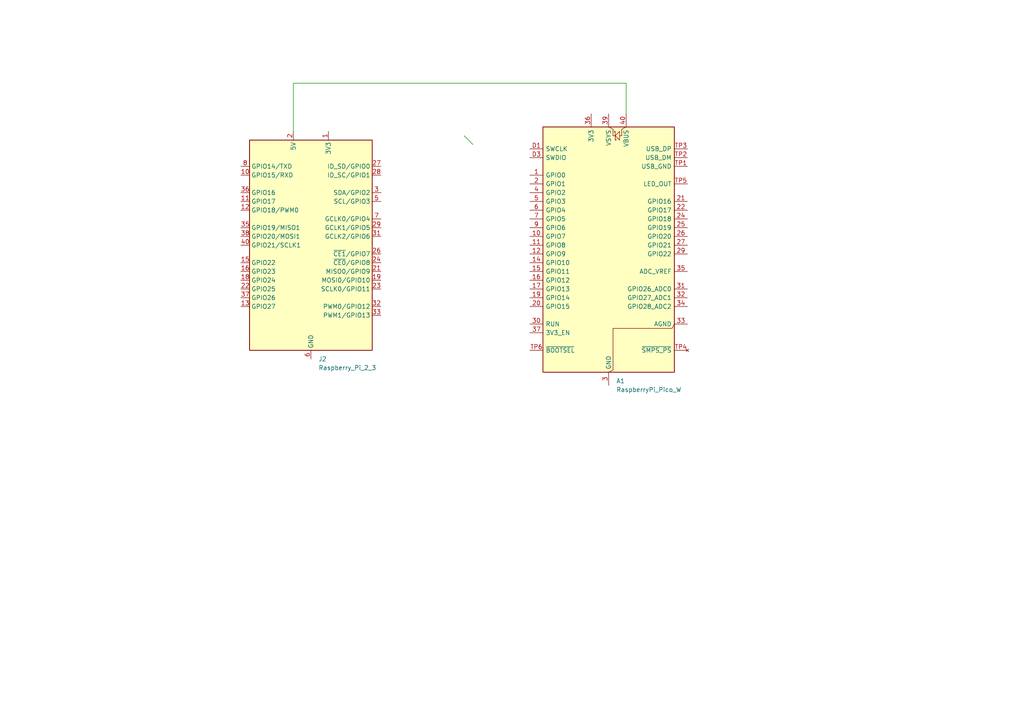
<source format=kicad_sch>
(kicad_sch (version 20231120) (generator "eeschema") (generator_version "8.0")
  (paper "A4")
  (lib_symbols
    (symbol "Connector:Raspberry_Pi_2_3"
      (property "Reference" "J" (at -17.78 31.75 0))
      (property "Value" "Raspberry_Pi_2_3" (at 10.16 -31.75 0))
      (symbol "Raspberry_Pi_2_3_0_1"
        (rectangle (start -17.78 30.48) (end 17.78 -30.48) (stroke (width 0.254)) (fill (type background)))
      )
      (symbol "Raspberry_Pi_2_3_1_1"
        (pin power_in line (at 5.08 33.02 270) (length 2.54) (name "3V3") (number "1"))
        (pin bidirectional line (at -20.32 20.32 0) (length 2.54) (name "GPIO15/RXD") (number "10"))
        (pin bidirectional line (at -20.32 12.7 0) (length 2.54) (name "GPIO17") (number "11"))
        (pin bidirectional line (at -20.32 10.16 0) (length 2.54) (name "GPIO18/PWM0") (number "12"))
        (pin bidirectional line (at -20.32 -17.78 0) (length 2.54) (name "GPIO27") (number "13"))
        (pin passive line (at 0 -33.02 90) (length 2.54) hide (name "GND") (number "14"))
        (pin bidirectional line (at -20.32 -5.08 0) (length 2.54) (name "GPIO22") (number "15"))
        (pin bidirectional line (at -20.32 -7.62 0) (length 2.54) (name "GPIO23") (number "16"))
        (pin passive line (at 5.08 33.02 270) (length 2.54) hide (name "3V3") (number "17"))
        (pin bidirectional line (at -20.32 -10.16 0) (length 2.54) (name "GPIO24") (number "18"))
        (pin bidirectional line (at 20.32 -10.16 180) (length 2.54) (name "MOSI0/GPIO10") (number "19"))
        (pin power_in line (at -5.08 33.02 270) (length 2.54) (name "5V") (number "2"))
        (pin passive line (at 0 -33.02 90) (length 2.54) hide (name "GND") (number "20"))
        (pin bidirectional line (at 20.32 -7.62 180) (length 2.54) (name "MISO0/GPIO9") (number "21"))
        (pin bidirectional line (at -20.32 -12.7 0) (length 2.54) (name "GPIO25") (number "22"))
        (pin bidirectional line (at 20.32 -12.7 180) (length 2.54) (name "SCLK0/GPIO11") (number "23"))
        (pin bidirectional line (at 20.32 -5.08 180) (length 2.54) (name "~{CE0}/GPIO8") (number "24"))
        (pin passive line (at 0 -33.02 90) (length 2.54) hide (name "GND") (number "25"))
        (pin bidirectional line (at 20.32 -2.54 180) (length 2.54) (name "~{CE1}/GPIO7") (number "26"))
        (pin bidirectional line (at 20.32 22.86 180) (length 2.54) (name "ID_SD/GPIO0") (number "27"))
        (pin bidirectional line (at 20.32 20.32 180) (length 2.54) (name "ID_SC/GPIO1") (number "28"))
        (pin bidirectional line (at 20.32 5.08 180) (length 2.54) (name "GCLK1/GPIO5") (number "29"))
        (pin bidirectional line (at 20.32 15.24 180) (length 2.54) (name "SDA/GPIO2") (number "3"))
        (pin passive line (at 0 -33.02 90) (length 2.54) hide (name "GND") (number "30"))
        (pin bidirectional line (at 20.32 2.54 180) (length 2.54) (name "GCLK2/GPIO6") (number "31"))
        (pin bidirectional line (at 20.32 -17.78 180) (length 2.54) (name "PWM0/GPIO12") (number "32"))
        (pin bidirectional line (at 20.32 -20.32 180) (length 2.54) (name "PWM1/GPIO13") (number "33"))
        (pin passive line (at 0 -33.02 90) (length 2.54) hide (name "GND") (number "34"))
        (pin bidirectional line (at -20.32 5.08 0) (length 2.54) (name "GPIO19/MISO1") (number "35"))
        (pin bidirectional line (at -20.32 15.24 0) (length 2.54) (name "GPIO16") (number "36"))
        (pin bidirectional line (at -20.32 -15.24 0) (length 2.54) (name "GPIO26") (number "37"))
        (pin bidirectional line (at -20.32 2.54 0) (length 2.54) (name "GPIO20/MOSI1") (number "38"))
        (pin passive line (at 0 -33.02 90) (length 2.54) hide (name "GND") (number "39"))
        (pin passive line (at -5.08 33.02 270) (length 2.54) hide (name "5V") (number "4"))
        (pin bidirectional line (at -20.32 0 0) (length 2.54) (name "GPIO21/SCLK1") (number "40"))
        (pin bidirectional line (at 20.32 12.7 180) (length 2.54) (name "SCL/GPIO3") (number "5"))
        (pin power_in line (at 0 -33.02 90) (length 2.54) (name "GND") (number "6"))
        (pin bidirectional line (at 20.32 7.62 180) (length 2.54) (name "GCLK0/GPIO4") (number "7"))
        (pin bidirectional line (at -20.32 22.86 0) (length 2.54) (name "GPIO14/TXD") (number "8"))
        (pin passive line (at 0 -33.02 90) (length 2.54) hide (name "GND") (number "9"))
      )
    )
    (symbol "MCU_Module_RaspberryPi_Pico:RaspberryPi_Pico_W_SecondaryPins" (pin_names (offset 0.762))
      (property "Reference" "A" (at -19.05 38.1 0))
      (property "Value" "RaspberryPi_Pico_W" (at 7.62 38.1 0))
      (symbol "RaspberryPi_Pico_W_SecondaryPins_0_1"
        (rectangle (start -19.05 36.83) (end 19.05 -34.29) (stroke (width 0.254)) (fill (type background)))
        (polyline (pts (xy 0 36.83) (xy 1.27 36.195) (xy 1.27 34.29) (xy 1.905 34.29)))
        (polyline (pts (xy 1.905 34.29) (xy 3.175 35.56) (xy 3.175 33.02) (xy 1.905 34.29)))
        (polyline (pts (xy 5.08 36.83) (xy 3.81 36.195) (xy 3.81 34.29) (xy 3.175 34.29)))
        (polyline (pts (xy 0 -34.29) (xy 1.27 -33.655) (xy 1.27 -21.59) (xy 18.415 -21.59) (xy 19.05 -20.32)))
        (polyline (pts (xy 1.651 35.306) (xy 1.651 35.56) (xy 1.905 35.56) (xy 1.905 33.02) (xy 2.159 33.02) (xy 2.159 33.274)))
      )
      (symbol "RaspberryPi_Pico_W_SecondaryPins_1_1"
        (pin bidirectional line (at -22.86 22.86 0) (length 3.81) (name "GPIO0") (number "1"))
        (pin bidirectional line (at -22.86 5.08 0) (length 3.81) (name "GPIO7") (number "10"))
        (pin bidirectional line (at -22.86 2.54 0) (length 3.81) (name "GPIO8") (number "11"))
        (pin bidirectional line (at -22.86 0 0) (length 3.81) (name "GPIO9") (number "12"))
        (pin passive line (at 0 -38.1 90) (length 3.81) hide (name "GND") (number "13"))
        (pin bidirectional line (at -22.86 -2.54 0) (length 3.81) (name "GPIO10") (number "14"))
        (pin bidirectional line (at -22.86 -5.08 0) (length 3.81) (name "GPIO11") (number "15"))
        (pin bidirectional line (at -22.86 -7.62 0) (length 3.81) (name "GPIO12") (number "16"))
        (pin bidirectional line (at -22.86 -10.16 0) (length 3.81) (name "GPIO13") (number "17"))
        (pin passive line (at 0 -38.1 90) (length 3.81) hide (name "GND") (number "18"))
        (pin bidirectional line (at -22.86 -12.7 0) (length 3.81) (name "GPIO14") (number "19"))
        (pin bidirectional line (at -22.86 20.32 0) (length 3.81) (name "GPIO1") (number "2"))
        (pin bidirectional line (at -22.86 -15.24 0) (length 3.81) (name "GPIO15") (number "20"))
        (pin bidirectional line (at 22.86 15.24 180) (length 3.81) (name "GPIO16") (number "21"))
        (pin bidirectional line (at 22.86 12.7 180) (length 3.81) (name "GPIO17") (number "22"))
        (pin passive line (at 0 -38.1 90) (length 3.81) hide (name "GND") (number "23"))
        (pin bidirectional line (at 22.86 10.16 180) (length 3.81) (name "GPIO18") (number "24"))
        (pin bidirectional line (at 22.86 7.62 180) (length 3.81) (name "GPIO19") (number "25"))
        (pin bidirectional line (at 22.86 5.08 180) (length 3.81) (name "GPIO20") (number "26"))
        (pin bidirectional line (at 22.86 2.54 180) (length 3.81) (name "GPIO21") (number "27"))
        (pin passive line (at 0 -38.1 90) (length 3.81) hide (name "GND") (number "28"))
        (pin bidirectional line (at 22.86 0 180) (length 3.81) (name "GPIO22") (number "29"))
        (pin power_out line (at 0 -38.1 90) (length 3.81) (name "GND") (number "3"))
        (pin input line (at -22.86 -20.32 0) (length 3.81) (name "RUN") (number "30"))
        (pin bidirectional line (at 22.86 -10.16 180) (length 3.81) (name "GPIO26_ADC0") (number "31"))
        (pin bidirectional line (at 22.86 -12.7 180) (length 3.81) (name "GPIO27_ADC1") (number "32"))
        (pin power_out line (at 22.86 -20.32 180) (length 3.81) (name "AGND") (number "33"))
        (pin bidirectional line (at 22.86 -15.24 180) (length 3.81) (name "GPIO28_ADC2") (number "34"))
        (pin power_in line (at 22.86 -5.08 180) (length 3.81) (name "ADC_VREF") (number "35"))
        (pin power_out line (at -5.08 40.64 270) (length 3.81) (name "3V3") (number "36"))
        (pin input line (at -22.86 -22.86 0) (length 3.81) (name "3V3_EN") (number "37"))
        (pin passive line (at 0 -38.1 90) (length 3.81) hide (name "GND") (number "38"))
        (pin power_in line (at 0 40.64 270) (length 3.81) (name "VSYS") (number "39"))
        (pin bidirectional line (at -22.86 17.78 0) (length 3.81) (name "GPIO2") (number "4"))
        (pin power_out line (at 5.08 40.64 270) (length 3.81) (name "VBUS") (number "40"))
        (pin bidirectional line (at -22.86 15.24 0) (length 3.81) (name "GPIO3") (number "5"))
        (pin bidirectional line (at -22.86 12.7 0) (length 3.81) (name "GPIO4") (number "6"))
        (pin bidirectional line (at -22.86 10.16 0) (length 3.81) (name "GPIO5") (number "7"))
        (pin passive line (at 0 -38.1 90) (length 3.81) hide (name "GND") (number "8"))
        (pin bidirectional line (at -22.86 7.62 0) (length 3.81) (name "GPIO6") (number "9"))
        (pin input line (at -22.86 30.48 0) (length 3.81) (name "SWCLK") (number "D1"))
        (pin passive line (at 0 -38.1 90) (length 3.81) hide (name "GND") (number "D2"))
        (pin bidirectional line (at -22.86 27.94 0) (length 3.81) (name "SWDIO") (number "D3"))
        (pin power_out line (at 22.86 25.4 180) (length 3.81) (name "USB_GND") (number "TP1"))
        (pin bidirectional line (at 22.86 27.94 180) (length 3.81) (name "USB_DM") (number "TP2"))
        (pin bidirectional line (at 22.86 30.48 180) (length 3.81) (name "USB_DP") (number "TP3"))
        (pin no_connect line (at 22.86 -27.94 180) (length 3.81) (name "~{SMPS_PS}") (number "TP4"))
        (pin output line (at 22.86 20.32 180) (length 3.81) (name "LED_OUT") (number "TP5"))
        (pin input line (at -22.86 -27.94 0) (length 3.81) (name "~{BOOTSEL}") (number "TP6"))
      )
    )
  )
  (bus_entry (at 134.62 39.37) (size 2.54 2.54))
  (wire (pts (xy 181.61 24.13) (xy 181.61 33.02)))
  (wire (pts (xy 85.09 24.13) (xy 181.61 24.13)))
  (wire (pts (xy 85.09 38.1) (xy 85.09 24.13)))
  (symbol (lib_id "Connector:Raspberry_Pi_2_3") (at 90.17 71.12 0) (unit 1)
    (property "Reference" "J2" (at 92.3641 104.14 0) (effects (justify left)))
    (property "Value" "Raspberry_Pi_2_3" (at 92.3641 106.68 0) (effects (justify left)))
    (property "Datasheet" "https://www.raspberrypi.org/documentation/hardware/raspberrypi/schematics/rpi_SCH_3bplus_1p0_reduced.pdf" (effects (hide yes)))
    (property "Description" "expansion header for Raspberry Pi 2 & 3" (effects (hide yes)))
  )
  (symbol (lib_id "MCU_Module_RaspberryPi_Pico:RaspberryPi_Pico_W_SecondaryPins") (at 176.53 73.66 0) (unit 1)
    (property "Reference" "A1" (at 178.7241 110.49 0) (effects (justify left)))
    (property "Value" "RaspberryPi_Pico_W" (at 178.7241 113.03 0) (effects (justify left)))
    (property "Footprint" "Module_RaspberryPi_Pico:RaspberryPi_Pico_W_SMD" (effects (hide yes)))
    (property "Datasheet" "https://datasheets.raspberrypi.com/picow/pico-w-datasheet.pdf" (effects (hide yes)))
    (property "Description" "Versatile and inexpensive wireless microcontroller module (with full pinout for test point and debug connections) powered by RP2040 dual-core Arm Cortex-M0+ processor up to 133 MHz, 264kB SRAM, 2MB QSPI flash, Infineon CYW43439 2.4GHz 802.11n wireless LAN" (effects (hide yes)))
  )
)
</source>
